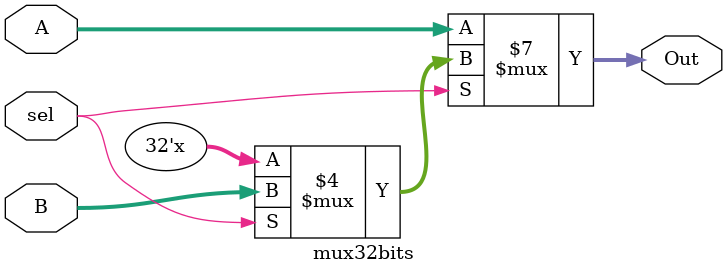
<source format=v>
`timescale 1ns / 1ps
module mux32bits(
    input [31:0] A,
    input [31:0] B,
	 input sel,
    output reg[31:0] Out
    );
	always @(sel)
	begin
	if(sel==1'b0) Out<=A;
	else if (sel==1'b1) Out<=B;
	end
endmodule

</source>
